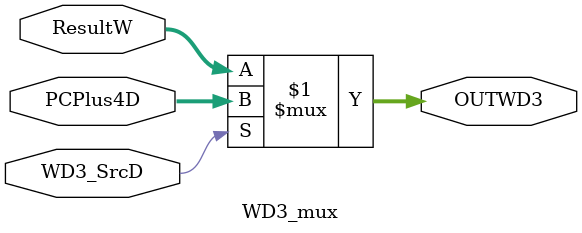
<source format=sv>


module WD3_mux (
    input [31:0] PCPlus4D,     // PC + 4 value (decode stage)
    ResultW,                    // Execution result value
    input WD3_SrcD,             // Write-back source select
    output [31:0] OUTWD3        // Selected write-back data
);

  // --------------------------------------------------
  // Write-back data selection
  // --------------------------------------------------
  // Selects between PC+4 and execution result based
  // on the control signal.
  assign OUTWD3 = WD3_SrcD ? PCPlus4D : ResultW;

endmodule


//------------------------------------------------------------------------------
// Functional Summary:
// This multiplexer determines the data forwarded toward the register file
// write-back path in the decode stage, enabling correct handling of
// control-flow instructions that require PC-based write-back.
//------------------------------------------------------------------------------

</source>
